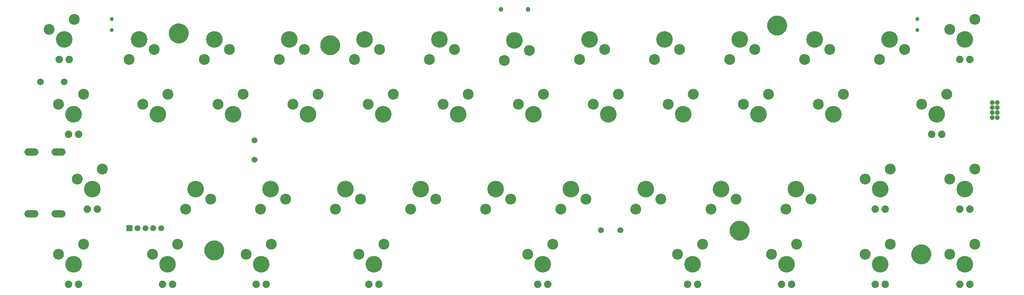
<source format=gts>
G75*
%MOIN*%
%OFA0B0*%
%FSLAX25Y25*%
%IPPOS*%
%LPD*%
%AMOC8*
5,1,8,0,0,1.08239X$1,22.5*
%
%ADD10C,0.10800*%
%ADD11C,0.16550*%
%ADD12C,0.07400*%
%ADD13C,0.05950*%
%ADD14R,0.05950X0.05950*%
%ADD15C,0.06706*%
%ADD16C,0.07400*%
%ADD17C,0.03950*%
%ADD18C,0.04737*%
%ADD19C,0.04769*%
%ADD20C,0.09068*%
%ADD21C,0.04000*%
%ADD22C,0.07874*%
D10*
X0042657Y0056842D03*
X0067657Y0066842D03*
X0136161Y0056842D03*
X0161161Y0066842D03*
X0229665Y0056842D03*
X0254665Y0066842D03*
X0341870Y0056842D03*
X0366870Y0066842D03*
X0393622Y0101645D03*
X0418622Y0111645D03*
X0468425Y0101645D03*
X0493425Y0111645D03*
X0543228Y0101645D03*
X0568228Y0111645D03*
X0618031Y0101645D03*
X0643031Y0111645D03*
X0692835Y0101645D03*
X0717835Y0111645D03*
X0767638Y0101645D03*
X0792638Y0111645D03*
X0846791Y0131645D03*
X0871791Y0141645D03*
X0930945Y0131645D03*
X0955945Y0141645D03*
X0902894Y0206449D03*
X0927894Y0216449D03*
X0861142Y0251252D03*
X0886142Y0261252D03*
X0930945Y0281252D03*
X0955945Y0291252D03*
X0811339Y0261252D03*
X0786339Y0251252D03*
X0736535Y0261252D03*
X0711535Y0251252D03*
X0661732Y0261252D03*
X0636732Y0251252D03*
X0586929Y0261252D03*
X0561929Y0251252D03*
X0512126Y0260267D03*
X0487126Y0250267D03*
X0437323Y0261252D03*
X0412323Y0251252D03*
X0362520Y0261252D03*
X0337520Y0251252D03*
X0287717Y0261252D03*
X0262717Y0251252D03*
X0212913Y0261252D03*
X0187913Y0251252D03*
X0138110Y0261252D03*
X0113110Y0251252D03*
X0033307Y0281252D03*
X0058307Y0291252D03*
X0067657Y0216449D03*
X0042657Y0206449D03*
X0126811Y0206449D03*
X0151811Y0216449D03*
X0201614Y0206449D03*
X0226614Y0216449D03*
X0276417Y0206449D03*
X0301417Y0216449D03*
X0351220Y0206449D03*
X0376220Y0216449D03*
X0426024Y0206449D03*
X0451024Y0216449D03*
X0500827Y0206449D03*
X0525827Y0216449D03*
X0575630Y0206449D03*
X0600630Y0216449D03*
X0650433Y0206449D03*
X0675433Y0216449D03*
X0725236Y0206449D03*
X0750236Y0216449D03*
X0800039Y0206449D03*
X0825039Y0216449D03*
X0778287Y0066842D03*
X0753287Y0056842D03*
X0684783Y0066842D03*
X0659783Y0056842D03*
X0535177Y0066842D03*
X0510177Y0056842D03*
X0343819Y0111645D03*
X0318819Y0101645D03*
X0269016Y0111645D03*
X0244016Y0101645D03*
X0194213Y0111645D03*
X0169213Y0101645D03*
X0061358Y0131645D03*
X0086358Y0141645D03*
X0846791Y0056842D03*
X0871791Y0066842D03*
X0930945Y0056842D03*
X0955945Y0066842D03*
D11*
X0945945Y0046842D03*
X0861791Y0046842D03*
X0768287Y0046842D03*
X0674783Y0046842D03*
X0525177Y0046842D03*
X0356870Y0046842D03*
X0244665Y0046842D03*
X0151161Y0046842D03*
X0057657Y0046842D03*
X0076358Y0121645D03*
X0179213Y0121645D03*
X0254016Y0121645D03*
X0328819Y0121645D03*
X0403622Y0121645D03*
X0478425Y0121645D03*
X0553228Y0121645D03*
X0628031Y0121645D03*
X0702835Y0121645D03*
X0777638Y0121645D03*
X0861791Y0121645D03*
X0945945Y0121645D03*
X0917894Y0196449D03*
X0815039Y0196449D03*
X0740236Y0196449D03*
X0665433Y0196449D03*
X0590630Y0196449D03*
X0515827Y0196449D03*
X0441024Y0196449D03*
X0366220Y0196449D03*
X0291417Y0196449D03*
X0216614Y0196449D03*
X0141811Y0196449D03*
X0057657Y0196449D03*
X0048307Y0271252D03*
X0123110Y0271252D03*
X0197913Y0271252D03*
X0272717Y0271252D03*
X0347520Y0271252D03*
X0422323Y0271252D03*
X0497126Y0270267D03*
X0571929Y0271252D03*
X0646732Y0271252D03*
X0721535Y0271252D03*
X0796339Y0271252D03*
X0871142Y0271252D03*
X0945945Y0271252D03*
D12*
X0052657Y0026842D03*
X0062657Y0026842D03*
X0146161Y0026842D03*
X0156161Y0026842D03*
X0239665Y0026842D03*
X0249665Y0026842D03*
X0351870Y0026842D03*
X0361870Y0026842D03*
X0520177Y0026842D03*
X0530177Y0026842D03*
X0669783Y0026842D03*
X0679783Y0026842D03*
X0763287Y0026842D03*
X0773287Y0026842D03*
X0856791Y0026842D03*
X0866791Y0026842D03*
X0940945Y0026842D03*
X0950945Y0026842D03*
X0950945Y0101645D03*
X0940945Y0101645D03*
X0866791Y0101645D03*
X0856791Y0101645D03*
X0912894Y0176449D03*
X0922894Y0176449D03*
X0940945Y0251252D03*
X0950945Y0251252D03*
X0081358Y0101645D03*
X0071358Y0101645D03*
X0062657Y0176449D03*
X0052657Y0176449D03*
X0053307Y0251252D03*
X0043307Y0251252D03*
D13*
X0237850Y0170373D03*
X0237850Y0151160D03*
X0144948Y0082767D03*
X0137074Y0082767D03*
X0129200Y0082767D03*
X0121326Y0082767D03*
X0583394Y0080767D03*
X0602606Y0080767D03*
D14*
X0113452Y0082767D03*
D15*
X0048172Y0228717D03*
X0024550Y0228717D03*
D16*
X0018930Y0158879D02*
X0012330Y0158879D01*
X0039456Y0158879D02*
X0046056Y0158879D01*
X0046056Y0097068D02*
X0039456Y0097068D01*
X0018930Y0097068D02*
X0012330Y0097068D01*
D17*
X0095551Y0280602D03*
X0095551Y0291429D03*
X0898701Y0291429D03*
X0898701Y0280602D03*
D18*
X0510512Y0301017D03*
X0483740Y0301017D03*
D19*
X0973300Y0208167D03*
X0978300Y0208167D03*
X0978300Y0203167D03*
X0973300Y0203167D03*
X0973300Y0198167D03*
X0978300Y0198167D03*
X0978300Y0193167D03*
X0973300Y0193167D03*
D20*
X0758937Y0285031D03*
X0313455Y0265346D03*
X0162480Y0277157D03*
X0721535Y0080307D03*
X0902638Y0056685D03*
X0197913Y0060622D03*
D21*
X0204813Y0060522D03*
X0202913Y0055622D03*
X0197713Y0053622D03*
X0192913Y0055722D03*
X0190913Y0060622D03*
X0193013Y0065422D03*
X0198113Y0067522D03*
X0202913Y0065622D03*
X0714535Y0080307D03*
X0716535Y0075407D03*
X0721335Y0073307D03*
X0726535Y0075307D03*
X0728435Y0080207D03*
X0726535Y0085307D03*
X0721735Y0087207D03*
X0716635Y0085107D03*
X0895638Y0056685D03*
X0897638Y0051785D03*
X0902438Y0049685D03*
X0907638Y0051685D03*
X0909538Y0056585D03*
X0907638Y0061685D03*
X0902838Y0063585D03*
X0897738Y0061485D03*
X0318455Y0260346D03*
X0313255Y0258346D03*
X0308455Y0260446D03*
X0306455Y0265346D03*
X0308555Y0270146D03*
X0313655Y0272246D03*
X0318455Y0270346D03*
X0320355Y0265246D03*
X0169380Y0277057D03*
X0167480Y0272157D03*
X0162280Y0270157D03*
X0157480Y0272257D03*
X0155480Y0277157D03*
X0157580Y0281957D03*
X0162680Y0284057D03*
X0167480Y0282157D03*
X0751937Y0285031D03*
X0753937Y0280131D03*
X0758737Y0278031D03*
X0763937Y0280031D03*
X0765837Y0284931D03*
X0763937Y0290031D03*
X0759137Y0291931D03*
X0754037Y0289831D03*
D22*
X0753031Y0285031D02*
X0753033Y0285184D01*
X0753039Y0285338D01*
X0753049Y0285491D01*
X0753063Y0285643D01*
X0753081Y0285796D01*
X0753103Y0285947D01*
X0753128Y0286098D01*
X0753158Y0286249D01*
X0753192Y0286399D01*
X0753229Y0286547D01*
X0753270Y0286695D01*
X0753315Y0286841D01*
X0753364Y0286987D01*
X0753417Y0287131D01*
X0753473Y0287273D01*
X0753533Y0287414D01*
X0753597Y0287554D01*
X0753664Y0287692D01*
X0753735Y0287828D01*
X0753810Y0287962D01*
X0753887Y0288094D01*
X0753969Y0288224D01*
X0754053Y0288352D01*
X0754141Y0288478D01*
X0754232Y0288601D01*
X0754326Y0288722D01*
X0754424Y0288840D01*
X0754524Y0288956D01*
X0754628Y0289069D01*
X0754734Y0289180D01*
X0754843Y0289288D01*
X0754955Y0289393D01*
X0755069Y0289494D01*
X0755187Y0289593D01*
X0755306Y0289689D01*
X0755428Y0289782D01*
X0755553Y0289871D01*
X0755680Y0289958D01*
X0755809Y0290040D01*
X0755940Y0290120D01*
X0756073Y0290196D01*
X0756208Y0290269D01*
X0756345Y0290338D01*
X0756484Y0290403D01*
X0756624Y0290465D01*
X0756766Y0290523D01*
X0756909Y0290578D01*
X0757054Y0290629D01*
X0757200Y0290676D01*
X0757347Y0290719D01*
X0757495Y0290758D01*
X0757644Y0290794D01*
X0757794Y0290825D01*
X0757945Y0290853D01*
X0758096Y0290877D01*
X0758249Y0290897D01*
X0758401Y0290913D01*
X0758554Y0290925D01*
X0758707Y0290933D01*
X0758860Y0290937D01*
X0759014Y0290937D01*
X0759167Y0290933D01*
X0759320Y0290925D01*
X0759473Y0290913D01*
X0759625Y0290897D01*
X0759778Y0290877D01*
X0759929Y0290853D01*
X0760080Y0290825D01*
X0760230Y0290794D01*
X0760379Y0290758D01*
X0760527Y0290719D01*
X0760674Y0290676D01*
X0760820Y0290629D01*
X0760965Y0290578D01*
X0761108Y0290523D01*
X0761250Y0290465D01*
X0761390Y0290403D01*
X0761529Y0290338D01*
X0761666Y0290269D01*
X0761801Y0290196D01*
X0761934Y0290120D01*
X0762065Y0290040D01*
X0762194Y0289958D01*
X0762321Y0289871D01*
X0762446Y0289782D01*
X0762568Y0289689D01*
X0762687Y0289593D01*
X0762805Y0289494D01*
X0762919Y0289393D01*
X0763031Y0289288D01*
X0763140Y0289180D01*
X0763246Y0289069D01*
X0763350Y0288956D01*
X0763450Y0288840D01*
X0763548Y0288722D01*
X0763642Y0288601D01*
X0763733Y0288478D01*
X0763821Y0288352D01*
X0763905Y0288224D01*
X0763987Y0288094D01*
X0764064Y0287962D01*
X0764139Y0287828D01*
X0764210Y0287692D01*
X0764277Y0287554D01*
X0764341Y0287414D01*
X0764401Y0287273D01*
X0764457Y0287131D01*
X0764510Y0286987D01*
X0764559Y0286841D01*
X0764604Y0286695D01*
X0764645Y0286547D01*
X0764682Y0286399D01*
X0764716Y0286249D01*
X0764746Y0286098D01*
X0764771Y0285947D01*
X0764793Y0285796D01*
X0764811Y0285643D01*
X0764825Y0285491D01*
X0764835Y0285338D01*
X0764841Y0285184D01*
X0764843Y0285031D01*
X0764841Y0284878D01*
X0764835Y0284724D01*
X0764825Y0284571D01*
X0764811Y0284419D01*
X0764793Y0284266D01*
X0764771Y0284115D01*
X0764746Y0283964D01*
X0764716Y0283813D01*
X0764682Y0283663D01*
X0764645Y0283515D01*
X0764604Y0283367D01*
X0764559Y0283221D01*
X0764510Y0283075D01*
X0764457Y0282931D01*
X0764401Y0282789D01*
X0764341Y0282648D01*
X0764277Y0282508D01*
X0764210Y0282370D01*
X0764139Y0282234D01*
X0764064Y0282100D01*
X0763987Y0281968D01*
X0763905Y0281838D01*
X0763821Y0281710D01*
X0763733Y0281584D01*
X0763642Y0281461D01*
X0763548Y0281340D01*
X0763450Y0281222D01*
X0763350Y0281106D01*
X0763246Y0280993D01*
X0763140Y0280882D01*
X0763031Y0280774D01*
X0762919Y0280669D01*
X0762805Y0280568D01*
X0762687Y0280469D01*
X0762568Y0280373D01*
X0762446Y0280280D01*
X0762321Y0280191D01*
X0762194Y0280104D01*
X0762065Y0280022D01*
X0761934Y0279942D01*
X0761801Y0279866D01*
X0761666Y0279793D01*
X0761529Y0279724D01*
X0761390Y0279659D01*
X0761250Y0279597D01*
X0761108Y0279539D01*
X0760965Y0279484D01*
X0760820Y0279433D01*
X0760674Y0279386D01*
X0760527Y0279343D01*
X0760379Y0279304D01*
X0760230Y0279268D01*
X0760080Y0279237D01*
X0759929Y0279209D01*
X0759778Y0279185D01*
X0759625Y0279165D01*
X0759473Y0279149D01*
X0759320Y0279137D01*
X0759167Y0279129D01*
X0759014Y0279125D01*
X0758860Y0279125D01*
X0758707Y0279129D01*
X0758554Y0279137D01*
X0758401Y0279149D01*
X0758249Y0279165D01*
X0758096Y0279185D01*
X0757945Y0279209D01*
X0757794Y0279237D01*
X0757644Y0279268D01*
X0757495Y0279304D01*
X0757347Y0279343D01*
X0757200Y0279386D01*
X0757054Y0279433D01*
X0756909Y0279484D01*
X0756766Y0279539D01*
X0756624Y0279597D01*
X0756484Y0279659D01*
X0756345Y0279724D01*
X0756208Y0279793D01*
X0756073Y0279866D01*
X0755940Y0279942D01*
X0755809Y0280022D01*
X0755680Y0280104D01*
X0755553Y0280191D01*
X0755428Y0280280D01*
X0755306Y0280373D01*
X0755187Y0280469D01*
X0755069Y0280568D01*
X0754955Y0280669D01*
X0754843Y0280774D01*
X0754734Y0280882D01*
X0754628Y0280993D01*
X0754524Y0281106D01*
X0754424Y0281222D01*
X0754326Y0281340D01*
X0754232Y0281461D01*
X0754141Y0281584D01*
X0754053Y0281710D01*
X0753969Y0281838D01*
X0753887Y0281968D01*
X0753810Y0282100D01*
X0753735Y0282234D01*
X0753664Y0282370D01*
X0753597Y0282508D01*
X0753533Y0282648D01*
X0753473Y0282789D01*
X0753417Y0282931D01*
X0753364Y0283075D01*
X0753315Y0283221D01*
X0753270Y0283367D01*
X0753229Y0283515D01*
X0753192Y0283663D01*
X0753158Y0283813D01*
X0753128Y0283964D01*
X0753103Y0284115D01*
X0753081Y0284266D01*
X0753063Y0284419D01*
X0753049Y0284571D01*
X0753039Y0284724D01*
X0753033Y0284878D01*
X0753031Y0285031D01*
X0307549Y0265346D02*
X0307551Y0265499D01*
X0307557Y0265653D01*
X0307567Y0265806D01*
X0307581Y0265958D01*
X0307599Y0266111D01*
X0307621Y0266262D01*
X0307646Y0266413D01*
X0307676Y0266564D01*
X0307710Y0266714D01*
X0307747Y0266862D01*
X0307788Y0267010D01*
X0307833Y0267156D01*
X0307882Y0267302D01*
X0307935Y0267446D01*
X0307991Y0267588D01*
X0308051Y0267729D01*
X0308115Y0267869D01*
X0308182Y0268007D01*
X0308253Y0268143D01*
X0308328Y0268277D01*
X0308405Y0268409D01*
X0308487Y0268539D01*
X0308571Y0268667D01*
X0308659Y0268793D01*
X0308750Y0268916D01*
X0308844Y0269037D01*
X0308942Y0269155D01*
X0309042Y0269271D01*
X0309146Y0269384D01*
X0309252Y0269495D01*
X0309361Y0269603D01*
X0309473Y0269708D01*
X0309587Y0269809D01*
X0309705Y0269908D01*
X0309824Y0270004D01*
X0309946Y0270097D01*
X0310071Y0270186D01*
X0310198Y0270273D01*
X0310327Y0270355D01*
X0310458Y0270435D01*
X0310591Y0270511D01*
X0310726Y0270584D01*
X0310863Y0270653D01*
X0311002Y0270718D01*
X0311142Y0270780D01*
X0311284Y0270838D01*
X0311427Y0270893D01*
X0311572Y0270944D01*
X0311718Y0270991D01*
X0311865Y0271034D01*
X0312013Y0271073D01*
X0312162Y0271109D01*
X0312312Y0271140D01*
X0312463Y0271168D01*
X0312614Y0271192D01*
X0312767Y0271212D01*
X0312919Y0271228D01*
X0313072Y0271240D01*
X0313225Y0271248D01*
X0313378Y0271252D01*
X0313532Y0271252D01*
X0313685Y0271248D01*
X0313838Y0271240D01*
X0313991Y0271228D01*
X0314143Y0271212D01*
X0314296Y0271192D01*
X0314447Y0271168D01*
X0314598Y0271140D01*
X0314748Y0271109D01*
X0314897Y0271073D01*
X0315045Y0271034D01*
X0315192Y0270991D01*
X0315338Y0270944D01*
X0315483Y0270893D01*
X0315626Y0270838D01*
X0315768Y0270780D01*
X0315908Y0270718D01*
X0316047Y0270653D01*
X0316184Y0270584D01*
X0316319Y0270511D01*
X0316452Y0270435D01*
X0316583Y0270355D01*
X0316712Y0270273D01*
X0316839Y0270186D01*
X0316964Y0270097D01*
X0317086Y0270004D01*
X0317205Y0269908D01*
X0317323Y0269809D01*
X0317437Y0269708D01*
X0317549Y0269603D01*
X0317658Y0269495D01*
X0317764Y0269384D01*
X0317868Y0269271D01*
X0317968Y0269155D01*
X0318066Y0269037D01*
X0318160Y0268916D01*
X0318251Y0268793D01*
X0318339Y0268667D01*
X0318423Y0268539D01*
X0318505Y0268409D01*
X0318582Y0268277D01*
X0318657Y0268143D01*
X0318728Y0268007D01*
X0318795Y0267869D01*
X0318859Y0267729D01*
X0318919Y0267588D01*
X0318975Y0267446D01*
X0319028Y0267302D01*
X0319077Y0267156D01*
X0319122Y0267010D01*
X0319163Y0266862D01*
X0319200Y0266714D01*
X0319234Y0266564D01*
X0319264Y0266413D01*
X0319289Y0266262D01*
X0319311Y0266111D01*
X0319329Y0265958D01*
X0319343Y0265806D01*
X0319353Y0265653D01*
X0319359Y0265499D01*
X0319361Y0265346D01*
X0319359Y0265193D01*
X0319353Y0265039D01*
X0319343Y0264886D01*
X0319329Y0264734D01*
X0319311Y0264581D01*
X0319289Y0264430D01*
X0319264Y0264279D01*
X0319234Y0264128D01*
X0319200Y0263978D01*
X0319163Y0263830D01*
X0319122Y0263682D01*
X0319077Y0263536D01*
X0319028Y0263390D01*
X0318975Y0263246D01*
X0318919Y0263104D01*
X0318859Y0262963D01*
X0318795Y0262823D01*
X0318728Y0262685D01*
X0318657Y0262549D01*
X0318582Y0262415D01*
X0318505Y0262283D01*
X0318423Y0262153D01*
X0318339Y0262025D01*
X0318251Y0261899D01*
X0318160Y0261776D01*
X0318066Y0261655D01*
X0317968Y0261537D01*
X0317868Y0261421D01*
X0317764Y0261308D01*
X0317658Y0261197D01*
X0317549Y0261089D01*
X0317437Y0260984D01*
X0317323Y0260883D01*
X0317205Y0260784D01*
X0317086Y0260688D01*
X0316964Y0260595D01*
X0316839Y0260506D01*
X0316712Y0260419D01*
X0316583Y0260337D01*
X0316452Y0260257D01*
X0316319Y0260181D01*
X0316184Y0260108D01*
X0316047Y0260039D01*
X0315908Y0259974D01*
X0315768Y0259912D01*
X0315626Y0259854D01*
X0315483Y0259799D01*
X0315338Y0259748D01*
X0315192Y0259701D01*
X0315045Y0259658D01*
X0314897Y0259619D01*
X0314748Y0259583D01*
X0314598Y0259552D01*
X0314447Y0259524D01*
X0314296Y0259500D01*
X0314143Y0259480D01*
X0313991Y0259464D01*
X0313838Y0259452D01*
X0313685Y0259444D01*
X0313532Y0259440D01*
X0313378Y0259440D01*
X0313225Y0259444D01*
X0313072Y0259452D01*
X0312919Y0259464D01*
X0312767Y0259480D01*
X0312614Y0259500D01*
X0312463Y0259524D01*
X0312312Y0259552D01*
X0312162Y0259583D01*
X0312013Y0259619D01*
X0311865Y0259658D01*
X0311718Y0259701D01*
X0311572Y0259748D01*
X0311427Y0259799D01*
X0311284Y0259854D01*
X0311142Y0259912D01*
X0311002Y0259974D01*
X0310863Y0260039D01*
X0310726Y0260108D01*
X0310591Y0260181D01*
X0310458Y0260257D01*
X0310327Y0260337D01*
X0310198Y0260419D01*
X0310071Y0260506D01*
X0309946Y0260595D01*
X0309824Y0260688D01*
X0309705Y0260784D01*
X0309587Y0260883D01*
X0309473Y0260984D01*
X0309361Y0261089D01*
X0309252Y0261197D01*
X0309146Y0261308D01*
X0309042Y0261421D01*
X0308942Y0261537D01*
X0308844Y0261655D01*
X0308750Y0261776D01*
X0308659Y0261899D01*
X0308571Y0262025D01*
X0308487Y0262153D01*
X0308405Y0262283D01*
X0308328Y0262415D01*
X0308253Y0262549D01*
X0308182Y0262685D01*
X0308115Y0262823D01*
X0308051Y0262963D01*
X0307991Y0263104D01*
X0307935Y0263246D01*
X0307882Y0263390D01*
X0307833Y0263536D01*
X0307788Y0263682D01*
X0307747Y0263830D01*
X0307710Y0263978D01*
X0307676Y0264128D01*
X0307646Y0264279D01*
X0307621Y0264430D01*
X0307599Y0264581D01*
X0307581Y0264734D01*
X0307567Y0264886D01*
X0307557Y0265039D01*
X0307551Y0265193D01*
X0307549Y0265346D01*
X0156574Y0277157D02*
X0156576Y0277310D01*
X0156582Y0277464D01*
X0156592Y0277617D01*
X0156606Y0277769D01*
X0156624Y0277922D01*
X0156646Y0278073D01*
X0156671Y0278224D01*
X0156701Y0278375D01*
X0156735Y0278525D01*
X0156772Y0278673D01*
X0156813Y0278821D01*
X0156858Y0278967D01*
X0156907Y0279113D01*
X0156960Y0279257D01*
X0157016Y0279399D01*
X0157076Y0279540D01*
X0157140Y0279680D01*
X0157207Y0279818D01*
X0157278Y0279954D01*
X0157353Y0280088D01*
X0157430Y0280220D01*
X0157512Y0280350D01*
X0157596Y0280478D01*
X0157684Y0280604D01*
X0157775Y0280727D01*
X0157869Y0280848D01*
X0157967Y0280966D01*
X0158067Y0281082D01*
X0158171Y0281195D01*
X0158277Y0281306D01*
X0158386Y0281414D01*
X0158498Y0281519D01*
X0158612Y0281620D01*
X0158730Y0281719D01*
X0158849Y0281815D01*
X0158971Y0281908D01*
X0159096Y0281997D01*
X0159223Y0282084D01*
X0159352Y0282166D01*
X0159483Y0282246D01*
X0159616Y0282322D01*
X0159751Y0282395D01*
X0159888Y0282464D01*
X0160027Y0282529D01*
X0160167Y0282591D01*
X0160309Y0282649D01*
X0160452Y0282704D01*
X0160597Y0282755D01*
X0160743Y0282802D01*
X0160890Y0282845D01*
X0161038Y0282884D01*
X0161187Y0282920D01*
X0161337Y0282951D01*
X0161488Y0282979D01*
X0161639Y0283003D01*
X0161792Y0283023D01*
X0161944Y0283039D01*
X0162097Y0283051D01*
X0162250Y0283059D01*
X0162403Y0283063D01*
X0162557Y0283063D01*
X0162710Y0283059D01*
X0162863Y0283051D01*
X0163016Y0283039D01*
X0163168Y0283023D01*
X0163321Y0283003D01*
X0163472Y0282979D01*
X0163623Y0282951D01*
X0163773Y0282920D01*
X0163922Y0282884D01*
X0164070Y0282845D01*
X0164217Y0282802D01*
X0164363Y0282755D01*
X0164508Y0282704D01*
X0164651Y0282649D01*
X0164793Y0282591D01*
X0164933Y0282529D01*
X0165072Y0282464D01*
X0165209Y0282395D01*
X0165344Y0282322D01*
X0165477Y0282246D01*
X0165608Y0282166D01*
X0165737Y0282084D01*
X0165864Y0281997D01*
X0165989Y0281908D01*
X0166111Y0281815D01*
X0166230Y0281719D01*
X0166348Y0281620D01*
X0166462Y0281519D01*
X0166574Y0281414D01*
X0166683Y0281306D01*
X0166789Y0281195D01*
X0166893Y0281082D01*
X0166993Y0280966D01*
X0167091Y0280848D01*
X0167185Y0280727D01*
X0167276Y0280604D01*
X0167364Y0280478D01*
X0167448Y0280350D01*
X0167530Y0280220D01*
X0167607Y0280088D01*
X0167682Y0279954D01*
X0167753Y0279818D01*
X0167820Y0279680D01*
X0167884Y0279540D01*
X0167944Y0279399D01*
X0168000Y0279257D01*
X0168053Y0279113D01*
X0168102Y0278967D01*
X0168147Y0278821D01*
X0168188Y0278673D01*
X0168225Y0278525D01*
X0168259Y0278375D01*
X0168289Y0278224D01*
X0168314Y0278073D01*
X0168336Y0277922D01*
X0168354Y0277769D01*
X0168368Y0277617D01*
X0168378Y0277464D01*
X0168384Y0277310D01*
X0168386Y0277157D01*
X0168384Y0277004D01*
X0168378Y0276850D01*
X0168368Y0276697D01*
X0168354Y0276545D01*
X0168336Y0276392D01*
X0168314Y0276241D01*
X0168289Y0276090D01*
X0168259Y0275939D01*
X0168225Y0275789D01*
X0168188Y0275641D01*
X0168147Y0275493D01*
X0168102Y0275347D01*
X0168053Y0275201D01*
X0168000Y0275057D01*
X0167944Y0274915D01*
X0167884Y0274774D01*
X0167820Y0274634D01*
X0167753Y0274496D01*
X0167682Y0274360D01*
X0167607Y0274226D01*
X0167530Y0274094D01*
X0167448Y0273964D01*
X0167364Y0273836D01*
X0167276Y0273710D01*
X0167185Y0273587D01*
X0167091Y0273466D01*
X0166993Y0273348D01*
X0166893Y0273232D01*
X0166789Y0273119D01*
X0166683Y0273008D01*
X0166574Y0272900D01*
X0166462Y0272795D01*
X0166348Y0272694D01*
X0166230Y0272595D01*
X0166111Y0272499D01*
X0165989Y0272406D01*
X0165864Y0272317D01*
X0165737Y0272230D01*
X0165608Y0272148D01*
X0165477Y0272068D01*
X0165344Y0271992D01*
X0165209Y0271919D01*
X0165072Y0271850D01*
X0164933Y0271785D01*
X0164793Y0271723D01*
X0164651Y0271665D01*
X0164508Y0271610D01*
X0164363Y0271559D01*
X0164217Y0271512D01*
X0164070Y0271469D01*
X0163922Y0271430D01*
X0163773Y0271394D01*
X0163623Y0271363D01*
X0163472Y0271335D01*
X0163321Y0271311D01*
X0163168Y0271291D01*
X0163016Y0271275D01*
X0162863Y0271263D01*
X0162710Y0271255D01*
X0162557Y0271251D01*
X0162403Y0271251D01*
X0162250Y0271255D01*
X0162097Y0271263D01*
X0161944Y0271275D01*
X0161792Y0271291D01*
X0161639Y0271311D01*
X0161488Y0271335D01*
X0161337Y0271363D01*
X0161187Y0271394D01*
X0161038Y0271430D01*
X0160890Y0271469D01*
X0160743Y0271512D01*
X0160597Y0271559D01*
X0160452Y0271610D01*
X0160309Y0271665D01*
X0160167Y0271723D01*
X0160027Y0271785D01*
X0159888Y0271850D01*
X0159751Y0271919D01*
X0159616Y0271992D01*
X0159483Y0272068D01*
X0159352Y0272148D01*
X0159223Y0272230D01*
X0159096Y0272317D01*
X0158971Y0272406D01*
X0158849Y0272499D01*
X0158730Y0272595D01*
X0158612Y0272694D01*
X0158498Y0272795D01*
X0158386Y0272900D01*
X0158277Y0273008D01*
X0158171Y0273119D01*
X0158067Y0273232D01*
X0157967Y0273348D01*
X0157869Y0273466D01*
X0157775Y0273587D01*
X0157684Y0273710D01*
X0157596Y0273836D01*
X0157512Y0273964D01*
X0157430Y0274094D01*
X0157353Y0274226D01*
X0157278Y0274360D01*
X0157207Y0274496D01*
X0157140Y0274634D01*
X0157076Y0274774D01*
X0157016Y0274915D01*
X0156960Y0275057D01*
X0156907Y0275201D01*
X0156858Y0275347D01*
X0156813Y0275493D01*
X0156772Y0275641D01*
X0156735Y0275789D01*
X0156701Y0275939D01*
X0156671Y0276090D01*
X0156646Y0276241D01*
X0156624Y0276392D01*
X0156606Y0276545D01*
X0156592Y0276697D01*
X0156582Y0276850D01*
X0156576Y0277004D01*
X0156574Y0277157D01*
X0715629Y0080307D02*
X0715631Y0080460D01*
X0715637Y0080614D01*
X0715647Y0080767D01*
X0715661Y0080919D01*
X0715679Y0081072D01*
X0715701Y0081223D01*
X0715726Y0081374D01*
X0715756Y0081525D01*
X0715790Y0081675D01*
X0715827Y0081823D01*
X0715868Y0081971D01*
X0715913Y0082117D01*
X0715962Y0082263D01*
X0716015Y0082407D01*
X0716071Y0082549D01*
X0716131Y0082690D01*
X0716195Y0082830D01*
X0716262Y0082968D01*
X0716333Y0083104D01*
X0716408Y0083238D01*
X0716485Y0083370D01*
X0716567Y0083500D01*
X0716651Y0083628D01*
X0716739Y0083754D01*
X0716830Y0083877D01*
X0716924Y0083998D01*
X0717022Y0084116D01*
X0717122Y0084232D01*
X0717226Y0084345D01*
X0717332Y0084456D01*
X0717441Y0084564D01*
X0717553Y0084669D01*
X0717667Y0084770D01*
X0717785Y0084869D01*
X0717904Y0084965D01*
X0718026Y0085058D01*
X0718151Y0085147D01*
X0718278Y0085234D01*
X0718407Y0085316D01*
X0718538Y0085396D01*
X0718671Y0085472D01*
X0718806Y0085545D01*
X0718943Y0085614D01*
X0719082Y0085679D01*
X0719222Y0085741D01*
X0719364Y0085799D01*
X0719507Y0085854D01*
X0719652Y0085905D01*
X0719798Y0085952D01*
X0719945Y0085995D01*
X0720093Y0086034D01*
X0720242Y0086070D01*
X0720392Y0086101D01*
X0720543Y0086129D01*
X0720694Y0086153D01*
X0720847Y0086173D01*
X0720999Y0086189D01*
X0721152Y0086201D01*
X0721305Y0086209D01*
X0721458Y0086213D01*
X0721612Y0086213D01*
X0721765Y0086209D01*
X0721918Y0086201D01*
X0722071Y0086189D01*
X0722223Y0086173D01*
X0722376Y0086153D01*
X0722527Y0086129D01*
X0722678Y0086101D01*
X0722828Y0086070D01*
X0722977Y0086034D01*
X0723125Y0085995D01*
X0723272Y0085952D01*
X0723418Y0085905D01*
X0723563Y0085854D01*
X0723706Y0085799D01*
X0723848Y0085741D01*
X0723988Y0085679D01*
X0724127Y0085614D01*
X0724264Y0085545D01*
X0724399Y0085472D01*
X0724532Y0085396D01*
X0724663Y0085316D01*
X0724792Y0085234D01*
X0724919Y0085147D01*
X0725044Y0085058D01*
X0725166Y0084965D01*
X0725285Y0084869D01*
X0725403Y0084770D01*
X0725517Y0084669D01*
X0725629Y0084564D01*
X0725738Y0084456D01*
X0725844Y0084345D01*
X0725948Y0084232D01*
X0726048Y0084116D01*
X0726146Y0083998D01*
X0726240Y0083877D01*
X0726331Y0083754D01*
X0726419Y0083628D01*
X0726503Y0083500D01*
X0726585Y0083370D01*
X0726662Y0083238D01*
X0726737Y0083104D01*
X0726808Y0082968D01*
X0726875Y0082830D01*
X0726939Y0082690D01*
X0726999Y0082549D01*
X0727055Y0082407D01*
X0727108Y0082263D01*
X0727157Y0082117D01*
X0727202Y0081971D01*
X0727243Y0081823D01*
X0727280Y0081675D01*
X0727314Y0081525D01*
X0727344Y0081374D01*
X0727369Y0081223D01*
X0727391Y0081072D01*
X0727409Y0080919D01*
X0727423Y0080767D01*
X0727433Y0080614D01*
X0727439Y0080460D01*
X0727441Y0080307D01*
X0727439Y0080154D01*
X0727433Y0080000D01*
X0727423Y0079847D01*
X0727409Y0079695D01*
X0727391Y0079542D01*
X0727369Y0079391D01*
X0727344Y0079240D01*
X0727314Y0079089D01*
X0727280Y0078939D01*
X0727243Y0078791D01*
X0727202Y0078643D01*
X0727157Y0078497D01*
X0727108Y0078351D01*
X0727055Y0078207D01*
X0726999Y0078065D01*
X0726939Y0077924D01*
X0726875Y0077784D01*
X0726808Y0077646D01*
X0726737Y0077510D01*
X0726662Y0077376D01*
X0726585Y0077244D01*
X0726503Y0077114D01*
X0726419Y0076986D01*
X0726331Y0076860D01*
X0726240Y0076737D01*
X0726146Y0076616D01*
X0726048Y0076498D01*
X0725948Y0076382D01*
X0725844Y0076269D01*
X0725738Y0076158D01*
X0725629Y0076050D01*
X0725517Y0075945D01*
X0725403Y0075844D01*
X0725285Y0075745D01*
X0725166Y0075649D01*
X0725044Y0075556D01*
X0724919Y0075467D01*
X0724792Y0075380D01*
X0724663Y0075298D01*
X0724532Y0075218D01*
X0724399Y0075142D01*
X0724264Y0075069D01*
X0724127Y0075000D01*
X0723988Y0074935D01*
X0723848Y0074873D01*
X0723706Y0074815D01*
X0723563Y0074760D01*
X0723418Y0074709D01*
X0723272Y0074662D01*
X0723125Y0074619D01*
X0722977Y0074580D01*
X0722828Y0074544D01*
X0722678Y0074513D01*
X0722527Y0074485D01*
X0722376Y0074461D01*
X0722223Y0074441D01*
X0722071Y0074425D01*
X0721918Y0074413D01*
X0721765Y0074405D01*
X0721612Y0074401D01*
X0721458Y0074401D01*
X0721305Y0074405D01*
X0721152Y0074413D01*
X0720999Y0074425D01*
X0720847Y0074441D01*
X0720694Y0074461D01*
X0720543Y0074485D01*
X0720392Y0074513D01*
X0720242Y0074544D01*
X0720093Y0074580D01*
X0719945Y0074619D01*
X0719798Y0074662D01*
X0719652Y0074709D01*
X0719507Y0074760D01*
X0719364Y0074815D01*
X0719222Y0074873D01*
X0719082Y0074935D01*
X0718943Y0075000D01*
X0718806Y0075069D01*
X0718671Y0075142D01*
X0718538Y0075218D01*
X0718407Y0075298D01*
X0718278Y0075380D01*
X0718151Y0075467D01*
X0718026Y0075556D01*
X0717904Y0075649D01*
X0717785Y0075745D01*
X0717667Y0075844D01*
X0717553Y0075945D01*
X0717441Y0076050D01*
X0717332Y0076158D01*
X0717226Y0076269D01*
X0717122Y0076382D01*
X0717022Y0076498D01*
X0716924Y0076616D01*
X0716830Y0076737D01*
X0716739Y0076860D01*
X0716651Y0076986D01*
X0716567Y0077114D01*
X0716485Y0077244D01*
X0716408Y0077376D01*
X0716333Y0077510D01*
X0716262Y0077646D01*
X0716195Y0077784D01*
X0716131Y0077924D01*
X0716071Y0078065D01*
X0716015Y0078207D01*
X0715962Y0078351D01*
X0715913Y0078497D01*
X0715868Y0078643D01*
X0715827Y0078791D01*
X0715790Y0078939D01*
X0715756Y0079089D01*
X0715726Y0079240D01*
X0715701Y0079391D01*
X0715679Y0079542D01*
X0715661Y0079695D01*
X0715647Y0079847D01*
X0715637Y0080000D01*
X0715631Y0080154D01*
X0715629Y0080307D01*
X0896732Y0056685D02*
X0896734Y0056838D01*
X0896740Y0056992D01*
X0896750Y0057145D01*
X0896764Y0057297D01*
X0896782Y0057450D01*
X0896804Y0057601D01*
X0896829Y0057752D01*
X0896859Y0057903D01*
X0896893Y0058053D01*
X0896930Y0058201D01*
X0896971Y0058349D01*
X0897016Y0058495D01*
X0897065Y0058641D01*
X0897118Y0058785D01*
X0897174Y0058927D01*
X0897234Y0059068D01*
X0897298Y0059208D01*
X0897365Y0059346D01*
X0897436Y0059482D01*
X0897511Y0059616D01*
X0897588Y0059748D01*
X0897670Y0059878D01*
X0897754Y0060006D01*
X0897842Y0060132D01*
X0897933Y0060255D01*
X0898027Y0060376D01*
X0898125Y0060494D01*
X0898225Y0060610D01*
X0898329Y0060723D01*
X0898435Y0060834D01*
X0898544Y0060942D01*
X0898656Y0061047D01*
X0898770Y0061148D01*
X0898888Y0061247D01*
X0899007Y0061343D01*
X0899129Y0061436D01*
X0899254Y0061525D01*
X0899381Y0061612D01*
X0899510Y0061694D01*
X0899641Y0061774D01*
X0899774Y0061850D01*
X0899909Y0061923D01*
X0900046Y0061992D01*
X0900185Y0062057D01*
X0900325Y0062119D01*
X0900467Y0062177D01*
X0900610Y0062232D01*
X0900755Y0062283D01*
X0900901Y0062330D01*
X0901048Y0062373D01*
X0901196Y0062412D01*
X0901345Y0062448D01*
X0901495Y0062479D01*
X0901646Y0062507D01*
X0901797Y0062531D01*
X0901950Y0062551D01*
X0902102Y0062567D01*
X0902255Y0062579D01*
X0902408Y0062587D01*
X0902561Y0062591D01*
X0902715Y0062591D01*
X0902868Y0062587D01*
X0903021Y0062579D01*
X0903174Y0062567D01*
X0903326Y0062551D01*
X0903479Y0062531D01*
X0903630Y0062507D01*
X0903781Y0062479D01*
X0903931Y0062448D01*
X0904080Y0062412D01*
X0904228Y0062373D01*
X0904375Y0062330D01*
X0904521Y0062283D01*
X0904666Y0062232D01*
X0904809Y0062177D01*
X0904951Y0062119D01*
X0905091Y0062057D01*
X0905230Y0061992D01*
X0905367Y0061923D01*
X0905502Y0061850D01*
X0905635Y0061774D01*
X0905766Y0061694D01*
X0905895Y0061612D01*
X0906022Y0061525D01*
X0906147Y0061436D01*
X0906269Y0061343D01*
X0906388Y0061247D01*
X0906506Y0061148D01*
X0906620Y0061047D01*
X0906732Y0060942D01*
X0906841Y0060834D01*
X0906947Y0060723D01*
X0907051Y0060610D01*
X0907151Y0060494D01*
X0907249Y0060376D01*
X0907343Y0060255D01*
X0907434Y0060132D01*
X0907522Y0060006D01*
X0907606Y0059878D01*
X0907688Y0059748D01*
X0907765Y0059616D01*
X0907840Y0059482D01*
X0907911Y0059346D01*
X0907978Y0059208D01*
X0908042Y0059068D01*
X0908102Y0058927D01*
X0908158Y0058785D01*
X0908211Y0058641D01*
X0908260Y0058495D01*
X0908305Y0058349D01*
X0908346Y0058201D01*
X0908383Y0058053D01*
X0908417Y0057903D01*
X0908447Y0057752D01*
X0908472Y0057601D01*
X0908494Y0057450D01*
X0908512Y0057297D01*
X0908526Y0057145D01*
X0908536Y0056992D01*
X0908542Y0056838D01*
X0908544Y0056685D01*
X0908542Y0056532D01*
X0908536Y0056378D01*
X0908526Y0056225D01*
X0908512Y0056073D01*
X0908494Y0055920D01*
X0908472Y0055769D01*
X0908447Y0055618D01*
X0908417Y0055467D01*
X0908383Y0055317D01*
X0908346Y0055169D01*
X0908305Y0055021D01*
X0908260Y0054875D01*
X0908211Y0054729D01*
X0908158Y0054585D01*
X0908102Y0054443D01*
X0908042Y0054302D01*
X0907978Y0054162D01*
X0907911Y0054024D01*
X0907840Y0053888D01*
X0907765Y0053754D01*
X0907688Y0053622D01*
X0907606Y0053492D01*
X0907522Y0053364D01*
X0907434Y0053238D01*
X0907343Y0053115D01*
X0907249Y0052994D01*
X0907151Y0052876D01*
X0907051Y0052760D01*
X0906947Y0052647D01*
X0906841Y0052536D01*
X0906732Y0052428D01*
X0906620Y0052323D01*
X0906506Y0052222D01*
X0906388Y0052123D01*
X0906269Y0052027D01*
X0906147Y0051934D01*
X0906022Y0051845D01*
X0905895Y0051758D01*
X0905766Y0051676D01*
X0905635Y0051596D01*
X0905502Y0051520D01*
X0905367Y0051447D01*
X0905230Y0051378D01*
X0905091Y0051313D01*
X0904951Y0051251D01*
X0904809Y0051193D01*
X0904666Y0051138D01*
X0904521Y0051087D01*
X0904375Y0051040D01*
X0904228Y0050997D01*
X0904080Y0050958D01*
X0903931Y0050922D01*
X0903781Y0050891D01*
X0903630Y0050863D01*
X0903479Y0050839D01*
X0903326Y0050819D01*
X0903174Y0050803D01*
X0903021Y0050791D01*
X0902868Y0050783D01*
X0902715Y0050779D01*
X0902561Y0050779D01*
X0902408Y0050783D01*
X0902255Y0050791D01*
X0902102Y0050803D01*
X0901950Y0050819D01*
X0901797Y0050839D01*
X0901646Y0050863D01*
X0901495Y0050891D01*
X0901345Y0050922D01*
X0901196Y0050958D01*
X0901048Y0050997D01*
X0900901Y0051040D01*
X0900755Y0051087D01*
X0900610Y0051138D01*
X0900467Y0051193D01*
X0900325Y0051251D01*
X0900185Y0051313D01*
X0900046Y0051378D01*
X0899909Y0051447D01*
X0899774Y0051520D01*
X0899641Y0051596D01*
X0899510Y0051676D01*
X0899381Y0051758D01*
X0899254Y0051845D01*
X0899129Y0051934D01*
X0899007Y0052027D01*
X0898888Y0052123D01*
X0898770Y0052222D01*
X0898656Y0052323D01*
X0898544Y0052428D01*
X0898435Y0052536D01*
X0898329Y0052647D01*
X0898225Y0052760D01*
X0898125Y0052876D01*
X0898027Y0052994D01*
X0897933Y0053115D01*
X0897842Y0053238D01*
X0897754Y0053364D01*
X0897670Y0053492D01*
X0897588Y0053622D01*
X0897511Y0053754D01*
X0897436Y0053888D01*
X0897365Y0054024D01*
X0897298Y0054162D01*
X0897234Y0054302D01*
X0897174Y0054443D01*
X0897118Y0054585D01*
X0897065Y0054729D01*
X0897016Y0054875D01*
X0896971Y0055021D01*
X0896930Y0055169D01*
X0896893Y0055317D01*
X0896859Y0055467D01*
X0896829Y0055618D01*
X0896804Y0055769D01*
X0896782Y0055920D01*
X0896764Y0056073D01*
X0896750Y0056225D01*
X0896740Y0056378D01*
X0896734Y0056532D01*
X0896732Y0056685D01*
X0192007Y0060622D02*
X0192009Y0060775D01*
X0192015Y0060929D01*
X0192025Y0061082D01*
X0192039Y0061234D01*
X0192057Y0061387D01*
X0192079Y0061538D01*
X0192104Y0061689D01*
X0192134Y0061840D01*
X0192168Y0061990D01*
X0192205Y0062138D01*
X0192246Y0062286D01*
X0192291Y0062432D01*
X0192340Y0062578D01*
X0192393Y0062722D01*
X0192449Y0062864D01*
X0192509Y0063005D01*
X0192573Y0063145D01*
X0192640Y0063283D01*
X0192711Y0063419D01*
X0192786Y0063553D01*
X0192863Y0063685D01*
X0192945Y0063815D01*
X0193029Y0063943D01*
X0193117Y0064069D01*
X0193208Y0064192D01*
X0193302Y0064313D01*
X0193400Y0064431D01*
X0193500Y0064547D01*
X0193604Y0064660D01*
X0193710Y0064771D01*
X0193819Y0064879D01*
X0193931Y0064984D01*
X0194045Y0065085D01*
X0194163Y0065184D01*
X0194282Y0065280D01*
X0194404Y0065373D01*
X0194529Y0065462D01*
X0194656Y0065549D01*
X0194785Y0065631D01*
X0194916Y0065711D01*
X0195049Y0065787D01*
X0195184Y0065860D01*
X0195321Y0065929D01*
X0195460Y0065994D01*
X0195600Y0066056D01*
X0195742Y0066114D01*
X0195885Y0066169D01*
X0196030Y0066220D01*
X0196176Y0066267D01*
X0196323Y0066310D01*
X0196471Y0066349D01*
X0196620Y0066385D01*
X0196770Y0066416D01*
X0196921Y0066444D01*
X0197072Y0066468D01*
X0197225Y0066488D01*
X0197377Y0066504D01*
X0197530Y0066516D01*
X0197683Y0066524D01*
X0197836Y0066528D01*
X0197990Y0066528D01*
X0198143Y0066524D01*
X0198296Y0066516D01*
X0198449Y0066504D01*
X0198601Y0066488D01*
X0198754Y0066468D01*
X0198905Y0066444D01*
X0199056Y0066416D01*
X0199206Y0066385D01*
X0199355Y0066349D01*
X0199503Y0066310D01*
X0199650Y0066267D01*
X0199796Y0066220D01*
X0199941Y0066169D01*
X0200084Y0066114D01*
X0200226Y0066056D01*
X0200366Y0065994D01*
X0200505Y0065929D01*
X0200642Y0065860D01*
X0200777Y0065787D01*
X0200910Y0065711D01*
X0201041Y0065631D01*
X0201170Y0065549D01*
X0201297Y0065462D01*
X0201422Y0065373D01*
X0201544Y0065280D01*
X0201663Y0065184D01*
X0201781Y0065085D01*
X0201895Y0064984D01*
X0202007Y0064879D01*
X0202116Y0064771D01*
X0202222Y0064660D01*
X0202326Y0064547D01*
X0202426Y0064431D01*
X0202524Y0064313D01*
X0202618Y0064192D01*
X0202709Y0064069D01*
X0202797Y0063943D01*
X0202881Y0063815D01*
X0202963Y0063685D01*
X0203040Y0063553D01*
X0203115Y0063419D01*
X0203186Y0063283D01*
X0203253Y0063145D01*
X0203317Y0063005D01*
X0203377Y0062864D01*
X0203433Y0062722D01*
X0203486Y0062578D01*
X0203535Y0062432D01*
X0203580Y0062286D01*
X0203621Y0062138D01*
X0203658Y0061990D01*
X0203692Y0061840D01*
X0203722Y0061689D01*
X0203747Y0061538D01*
X0203769Y0061387D01*
X0203787Y0061234D01*
X0203801Y0061082D01*
X0203811Y0060929D01*
X0203817Y0060775D01*
X0203819Y0060622D01*
X0203817Y0060469D01*
X0203811Y0060315D01*
X0203801Y0060162D01*
X0203787Y0060010D01*
X0203769Y0059857D01*
X0203747Y0059706D01*
X0203722Y0059555D01*
X0203692Y0059404D01*
X0203658Y0059254D01*
X0203621Y0059106D01*
X0203580Y0058958D01*
X0203535Y0058812D01*
X0203486Y0058666D01*
X0203433Y0058522D01*
X0203377Y0058380D01*
X0203317Y0058239D01*
X0203253Y0058099D01*
X0203186Y0057961D01*
X0203115Y0057825D01*
X0203040Y0057691D01*
X0202963Y0057559D01*
X0202881Y0057429D01*
X0202797Y0057301D01*
X0202709Y0057175D01*
X0202618Y0057052D01*
X0202524Y0056931D01*
X0202426Y0056813D01*
X0202326Y0056697D01*
X0202222Y0056584D01*
X0202116Y0056473D01*
X0202007Y0056365D01*
X0201895Y0056260D01*
X0201781Y0056159D01*
X0201663Y0056060D01*
X0201544Y0055964D01*
X0201422Y0055871D01*
X0201297Y0055782D01*
X0201170Y0055695D01*
X0201041Y0055613D01*
X0200910Y0055533D01*
X0200777Y0055457D01*
X0200642Y0055384D01*
X0200505Y0055315D01*
X0200366Y0055250D01*
X0200226Y0055188D01*
X0200084Y0055130D01*
X0199941Y0055075D01*
X0199796Y0055024D01*
X0199650Y0054977D01*
X0199503Y0054934D01*
X0199355Y0054895D01*
X0199206Y0054859D01*
X0199056Y0054828D01*
X0198905Y0054800D01*
X0198754Y0054776D01*
X0198601Y0054756D01*
X0198449Y0054740D01*
X0198296Y0054728D01*
X0198143Y0054720D01*
X0197990Y0054716D01*
X0197836Y0054716D01*
X0197683Y0054720D01*
X0197530Y0054728D01*
X0197377Y0054740D01*
X0197225Y0054756D01*
X0197072Y0054776D01*
X0196921Y0054800D01*
X0196770Y0054828D01*
X0196620Y0054859D01*
X0196471Y0054895D01*
X0196323Y0054934D01*
X0196176Y0054977D01*
X0196030Y0055024D01*
X0195885Y0055075D01*
X0195742Y0055130D01*
X0195600Y0055188D01*
X0195460Y0055250D01*
X0195321Y0055315D01*
X0195184Y0055384D01*
X0195049Y0055457D01*
X0194916Y0055533D01*
X0194785Y0055613D01*
X0194656Y0055695D01*
X0194529Y0055782D01*
X0194404Y0055871D01*
X0194282Y0055964D01*
X0194163Y0056060D01*
X0194045Y0056159D01*
X0193931Y0056260D01*
X0193819Y0056365D01*
X0193710Y0056473D01*
X0193604Y0056584D01*
X0193500Y0056697D01*
X0193400Y0056813D01*
X0193302Y0056931D01*
X0193208Y0057052D01*
X0193117Y0057175D01*
X0193029Y0057301D01*
X0192945Y0057429D01*
X0192863Y0057559D01*
X0192786Y0057691D01*
X0192711Y0057825D01*
X0192640Y0057961D01*
X0192573Y0058099D01*
X0192509Y0058239D01*
X0192449Y0058380D01*
X0192393Y0058522D01*
X0192340Y0058666D01*
X0192291Y0058812D01*
X0192246Y0058958D01*
X0192205Y0059106D01*
X0192168Y0059254D01*
X0192134Y0059404D01*
X0192104Y0059555D01*
X0192079Y0059706D01*
X0192057Y0059857D01*
X0192039Y0060010D01*
X0192025Y0060162D01*
X0192015Y0060315D01*
X0192009Y0060469D01*
X0192007Y0060622D01*
M02*

</source>
